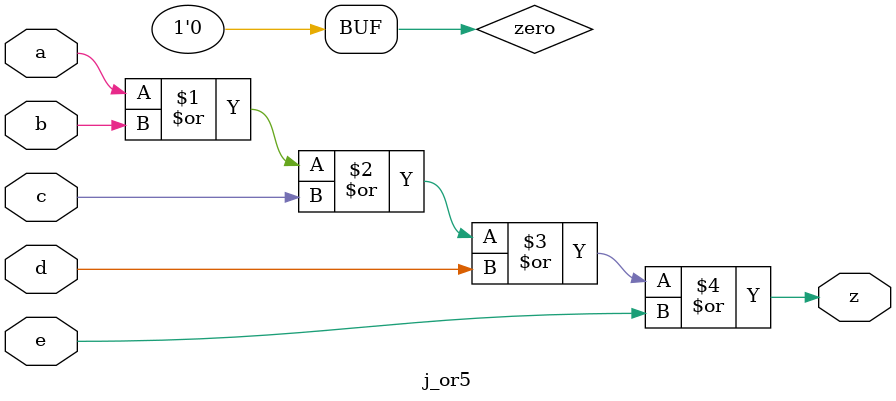
<source format=v>
/* verilator lint_off LITENDIAN */
`include "defs.v"

module j_or5
(
	output z,
	input a,
	input b,
	input c,
	input d,
	input e
);
wire zero;

// _DUPLO.NET (606) - zero : tie0
assign zero = 1'b0;

// _DUPLO.NET (607) - gate : or6
assign z = a | b | c | d | e | zero;
endmodule
/* verilator lint_on LITENDIAN */

</source>
